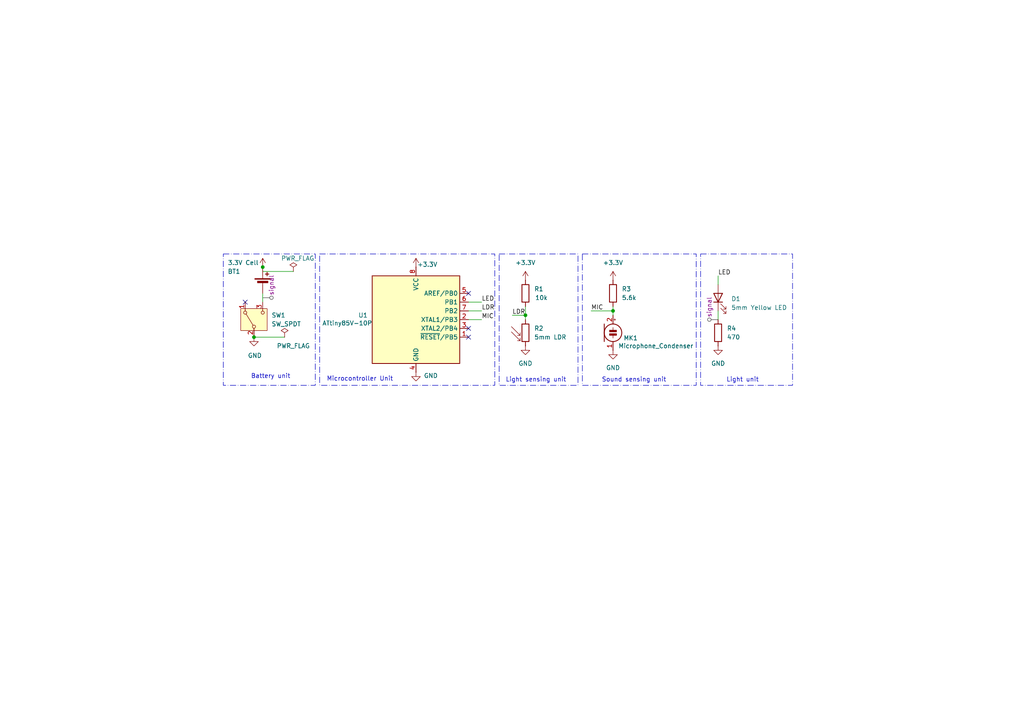
<source format=kicad_sch>
(kicad_sch
	(version 20250114)
	(generator "eeschema")
	(generator_version "9.0")
	(uuid "bccb9b0b-c36d-400c-858a-9dd13c325ff2")
	(paper "A4")
	(title_block
		(title "DIGITAL DIYA")
		(date "2025-06-28")
		(rev "V1")
		(company "SSN")
		(comment 1 "A ATTiny 85 based circuit ")
	)
	(lib_symbols
		(symbol "Device:Battery_Cell"
			(pin_numbers
				(hide yes)
			)
			(pin_names
				(offset 0)
				(hide yes)
			)
			(exclude_from_sim no)
			(in_bom yes)
			(on_board yes)
			(property "Reference" "BT"
				(at 2.54 2.54 0)
				(effects
					(font
						(size 1.27 1.27)
					)
					(justify left)
				)
			)
			(property "Value" "Battery_Cell"
				(at 2.54 0 0)
				(effects
					(font
						(size 1.27 1.27)
					)
					(justify left)
				)
			)
			(property "Footprint" ""
				(at 0 1.524 90)
				(effects
					(font
						(size 1.27 1.27)
					)
					(hide yes)
				)
			)
			(property "Datasheet" "~"
				(at 0 1.524 90)
				(effects
					(font
						(size 1.27 1.27)
					)
					(hide yes)
				)
			)
			(property "Description" "Single-cell battery"
				(at 0 0 0)
				(effects
					(font
						(size 1.27 1.27)
					)
					(hide yes)
				)
			)
			(property "ki_keywords" "battery cell"
				(at 0 0 0)
				(effects
					(font
						(size 1.27 1.27)
					)
					(hide yes)
				)
			)
			(symbol "Battery_Cell_0_1"
				(rectangle
					(start -2.286 1.778)
					(end 2.286 1.524)
					(stroke
						(width 0)
						(type default)
					)
					(fill
						(type outline)
					)
				)
				(rectangle
					(start -1.524 1.016)
					(end 1.524 0.508)
					(stroke
						(width 0)
						(type default)
					)
					(fill
						(type outline)
					)
				)
				(polyline
					(pts
						(xy 0 1.778) (xy 0 2.54)
					)
					(stroke
						(width 0)
						(type default)
					)
					(fill
						(type none)
					)
				)
				(polyline
					(pts
						(xy 0 0.762) (xy 0 0)
					)
					(stroke
						(width 0)
						(type default)
					)
					(fill
						(type none)
					)
				)
				(polyline
					(pts
						(xy 0.762 3.048) (xy 1.778 3.048)
					)
					(stroke
						(width 0.254)
						(type default)
					)
					(fill
						(type none)
					)
				)
				(polyline
					(pts
						(xy 1.27 3.556) (xy 1.27 2.54)
					)
					(stroke
						(width 0.254)
						(type default)
					)
					(fill
						(type none)
					)
				)
			)
			(symbol "Battery_Cell_1_1"
				(pin passive line
					(at 0 5.08 270)
					(length 2.54)
					(name "+"
						(effects
							(font
								(size 1.27 1.27)
							)
						)
					)
					(number "1"
						(effects
							(font
								(size 1.27 1.27)
							)
						)
					)
				)
				(pin passive line
					(at 0 -2.54 90)
					(length 2.54)
					(name "-"
						(effects
							(font
								(size 1.27 1.27)
							)
						)
					)
					(number "2"
						(effects
							(font
								(size 1.27 1.27)
							)
						)
					)
				)
			)
			(embedded_fonts no)
		)
		(symbol "Device:LED"
			(pin_numbers
				(hide yes)
			)
			(pin_names
				(offset 1.016)
				(hide yes)
			)
			(exclude_from_sim no)
			(in_bom yes)
			(on_board yes)
			(property "Reference" "D"
				(at 0 2.54 0)
				(effects
					(font
						(size 1.27 1.27)
					)
				)
			)
			(property "Value" "LED"
				(at 0 -2.54 0)
				(effects
					(font
						(size 1.27 1.27)
					)
				)
			)
			(property "Footprint" ""
				(at 0 0 0)
				(effects
					(font
						(size 1.27 1.27)
					)
					(hide yes)
				)
			)
			(property "Datasheet" "~"
				(at 0 0 0)
				(effects
					(font
						(size 1.27 1.27)
					)
					(hide yes)
				)
			)
			(property "Description" "Light emitting diode"
				(at 0 0 0)
				(effects
					(font
						(size 1.27 1.27)
					)
					(hide yes)
				)
			)
			(property "Sim.Pins" "1=K 2=A"
				(at 0 0 0)
				(effects
					(font
						(size 1.27 1.27)
					)
					(hide yes)
				)
			)
			(property "ki_keywords" "LED diode"
				(at 0 0 0)
				(effects
					(font
						(size 1.27 1.27)
					)
					(hide yes)
				)
			)
			(property "ki_fp_filters" "LED* LED_SMD:* LED_THT:*"
				(at 0 0 0)
				(effects
					(font
						(size 1.27 1.27)
					)
					(hide yes)
				)
			)
			(symbol "LED_0_1"
				(polyline
					(pts
						(xy -3.048 -0.762) (xy -4.572 -2.286) (xy -3.81 -2.286) (xy -4.572 -2.286) (xy -4.572 -1.524)
					)
					(stroke
						(width 0)
						(type default)
					)
					(fill
						(type none)
					)
				)
				(polyline
					(pts
						(xy -1.778 -0.762) (xy -3.302 -2.286) (xy -2.54 -2.286) (xy -3.302 -2.286) (xy -3.302 -1.524)
					)
					(stroke
						(width 0)
						(type default)
					)
					(fill
						(type none)
					)
				)
				(polyline
					(pts
						(xy -1.27 0) (xy 1.27 0)
					)
					(stroke
						(width 0)
						(type default)
					)
					(fill
						(type none)
					)
				)
				(polyline
					(pts
						(xy -1.27 -1.27) (xy -1.27 1.27)
					)
					(stroke
						(width 0.254)
						(type default)
					)
					(fill
						(type none)
					)
				)
				(polyline
					(pts
						(xy 1.27 -1.27) (xy 1.27 1.27) (xy -1.27 0) (xy 1.27 -1.27)
					)
					(stroke
						(width 0.254)
						(type default)
					)
					(fill
						(type none)
					)
				)
			)
			(symbol "LED_1_1"
				(pin passive line
					(at -3.81 0 0)
					(length 2.54)
					(name "K"
						(effects
							(font
								(size 1.27 1.27)
							)
						)
					)
					(number "1"
						(effects
							(font
								(size 1.27 1.27)
							)
						)
					)
				)
				(pin passive line
					(at 3.81 0 180)
					(length 2.54)
					(name "A"
						(effects
							(font
								(size 1.27 1.27)
							)
						)
					)
					(number "2"
						(effects
							(font
								(size 1.27 1.27)
							)
						)
					)
				)
			)
			(embedded_fonts no)
		)
		(symbol "Device:Microphone_Condenser"
			(pin_names
				(offset 0.0254)
				(hide yes)
			)
			(exclude_from_sim no)
			(in_bom yes)
			(on_board yes)
			(property "Reference" "MK"
				(at -3.302 1.27 0)
				(effects
					(font
						(size 1.27 1.27)
					)
					(justify right)
				)
			)
			(property "Value" "Microphone_Condenser"
				(at -3.302 -0.635 0)
				(effects
					(font
						(size 1.27 1.27)
					)
					(justify right)
				)
			)
			(property "Footprint" ""
				(at 0 2.54 90)
				(effects
					(font
						(size 1.27 1.27)
					)
					(hide yes)
				)
			)
			(property "Datasheet" "~"
				(at 0 2.54 90)
				(effects
					(font
						(size 1.27 1.27)
					)
					(hide yes)
				)
			)
			(property "Description" "Condenser microphone"
				(at 0 0 0)
				(effects
					(font
						(size 1.27 1.27)
					)
					(hide yes)
				)
			)
			(property "ki_keywords" "capacitance condenser microphone"
				(at 0 0 0)
				(effects
					(font
						(size 1.27 1.27)
					)
					(hide yes)
				)
			)
			(symbol "Microphone_Condenser_0_1"
				(polyline
					(pts
						(xy -2.54 2.54) (xy -2.54 -2.54)
					)
					(stroke
						(width 0.254)
						(type default)
					)
					(fill
						(type none)
					)
				)
				(polyline
					(pts
						(xy 0 0.762) (xy 0 1.524)
					)
					(stroke
						(width 0)
						(type default)
					)
					(fill
						(type none)
					)
				)
				(circle
					(center 0 0)
					(radius 2.54)
					(stroke
						(width 0.254)
						(type default)
					)
					(fill
						(type none)
					)
				)
				(polyline
					(pts
						(xy 0 -0.762) (xy 0 -1.524)
					)
					(stroke
						(width 0)
						(type default)
					)
					(fill
						(type none)
					)
				)
				(polyline
					(pts
						(xy 0.254 3.81) (xy 0.762 3.81)
					)
					(stroke
						(width 0)
						(type default)
					)
					(fill
						(type none)
					)
				)
				(polyline
					(pts
						(xy 0.508 4.064) (xy 0.508 3.556)
					)
					(stroke
						(width 0)
						(type default)
					)
					(fill
						(type none)
					)
				)
				(rectangle
					(start 1.016 0.762)
					(end -1.016 0.254)
					(stroke
						(width 0)
						(type default)
					)
					(fill
						(type outline)
					)
				)
				(rectangle
					(start 1.016 -0.254)
					(end -1.016 -0.762)
					(stroke
						(width 0)
						(type default)
					)
					(fill
						(type outline)
					)
				)
			)
			(symbol "Microphone_Condenser_1_1"
				(pin passive line
					(at 0 5.08 270)
					(length 2.54)
					(name "+"
						(effects
							(font
								(size 1.27 1.27)
							)
						)
					)
					(number "2"
						(effects
							(font
								(size 1.27 1.27)
							)
						)
					)
				)
				(pin passive line
					(at 0 -5.08 90)
					(length 2.54)
					(name "-"
						(effects
							(font
								(size 1.27 1.27)
							)
						)
					)
					(number "1"
						(effects
							(font
								(size 1.27 1.27)
							)
						)
					)
				)
			)
			(embedded_fonts no)
		)
		(symbol "Device:R"
			(pin_numbers
				(hide yes)
			)
			(pin_names
				(offset 0)
			)
			(exclude_from_sim no)
			(in_bom yes)
			(on_board yes)
			(property "Reference" "R"
				(at 2.032 0 90)
				(effects
					(font
						(size 1.27 1.27)
					)
				)
			)
			(property "Value" "R"
				(at 0 0 90)
				(effects
					(font
						(size 1.27 1.27)
					)
				)
			)
			(property "Footprint" ""
				(at -1.778 0 90)
				(effects
					(font
						(size 1.27 1.27)
					)
					(hide yes)
				)
			)
			(property "Datasheet" "~"
				(at 0 0 0)
				(effects
					(font
						(size 1.27 1.27)
					)
					(hide yes)
				)
			)
			(property "Description" "Resistor"
				(at 0 0 0)
				(effects
					(font
						(size 1.27 1.27)
					)
					(hide yes)
				)
			)
			(property "ki_keywords" "R res resistor"
				(at 0 0 0)
				(effects
					(font
						(size 1.27 1.27)
					)
					(hide yes)
				)
			)
			(property "ki_fp_filters" "R_*"
				(at 0 0 0)
				(effects
					(font
						(size 1.27 1.27)
					)
					(hide yes)
				)
			)
			(symbol "R_0_1"
				(rectangle
					(start -1.016 -2.54)
					(end 1.016 2.54)
					(stroke
						(width 0.254)
						(type default)
					)
					(fill
						(type none)
					)
				)
			)
			(symbol "R_1_1"
				(pin passive line
					(at 0 3.81 270)
					(length 1.27)
					(name "~"
						(effects
							(font
								(size 1.27 1.27)
							)
						)
					)
					(number "1"
						(effects
							(font
								(size 1.27 1.27)
							)
						)
					)
				)
				(pin passive line
					(at 0 -3.81 90)
					(length 1.27)
					(name "~"
						(effects
							(font
								(size 1.27 1.27)
							)
						)
					)
					(number "2"
						(effects
							(font
								(size 1.27 1.27)
							)
						)
					)
				)
			)
			(embedded_fonts no)
		)
		(symbol "MCU_Microchip_ATtiny:ATtiny85V-10P"
			(exclude_from_sim no)
			(in_bom yes)
			(on_board yes)
			(property "Reference" "U"
				(at -12.7 13.97 0)
				(effects
					(font
						(size 1.27 1.27)
					)
					(justify left bottom)
				)
			)
			(property "Value" "ATtiny85V-10P"
				(at 2.54 -13.97 0)
				(effects
					(font
						(size 1.27 1.27)
					)
					(justify left top)
				)
			)
			(property "Footprint" "Package_DIP:DIP-8_W7.62mm"
				(at 0 0 0)
				(effects
					(font
						(size 1.27 1.27)
						(italic yes)
					)
					(hide yes)
				)
			)
			(property "Datasheet" "http://ww1.microchip.com/downloads/en/DeviceDoc/atmel-2586-avr-8-bit-microcontroller-attiny25-attiny45-attiny85_datasheet.pdf"
				(at 0 0 0)
				(effects
					(font
						(size 1.27 1.27)
					)
					(hide yes)
				)
			)
			(property "Description" "10MHz, 8kB Flash, 512B SRAM, 512B EEPROM, debugWIRE, DIP-8"
				(at 0 0 0)
				(effects
					(font
						(size 1.27 1.27)
					)
					(hide yes)
				)
			)
			(property "ki_keywords" "AVR 8bit Microcontroller tinyAVR"
				(at 0 0 0)
				(effects
					(font
						(size 1.27 1.27)
					)
					(hide yes)
				)
			)
			(property "ki_fp_filters" "DIP*W7.62mm*"
				(at 0 0 0)
				(effects
					(font
						(size 1.27 1.27)
					)
					(hide yes)
				)
			)
			(symbol "ATtiny85V-10P_0_1"
				(rectangle
					(start -12.7 -12.7)
					(end 12.7 12.7)
					(stroke
						(width 0.254)
						(type default)
					)
					(fill
						(type background)
					)
				)
			)
			(symbol "ATtiny85V-10P_1_1"
				(pin power_in line
					(at 0 15.24 270)
					(length 2.54)
					(name "VCC"
						(effects
							(font
								(size 1.27 1.27)
							)
						)
					)
					(number "8"
						(effects
							(font
								(size 1.27 1.27)
							)
						)
					)
				)
				(pin power_in line
					(at 0 -15.24 90)
					(length 2.54)
					(name "GND"
						(effects
							(font
								(size 1.27 1.27)
							)
						)
					)
					(number "4"
						(effects
							(font
								(size 1.27 1.27)
							)
						)
					)
				)
				(pin bidirectional line
					(at 15.24 7.62 180)
					(length 2.54)
					(name "AREF/PB0"
						(effects
							(font
								(size 1.27 1.27)
							)
						)
					)
					(number "5"
						(effects
							(font
								(size 1.27 1.27)
							)
						)
					)
				)
				(pin bidirectional line
					(at 15.24 5.08 180)
					(length 2.54)
					(name "PB1"
						(effects
							(font
								(size 1.27 1.27)
							)
						)
					)
					(number "6"
						(effects
							(font
								(size 1.27 1.27)
							)
						)
					)
				)
				(pin bidirectional line
					(at 15.24 2.54 180)
					(length 2.54)
					(name "PB2"
						(effects
							(font
								(size 1.27 1.27)
							)
						)
					)
					(number "7"
						(effects
							(font
								(size 1.27 1.27)
							)
						)
					)
				)
				(pin bidirectional line
					(at 15.24 0 180)
					(length 2.54)
					(name "XTAL1/PB3"
						(effects
							(font
								(size 1.27 1.27)
							)
						)
					)
					(number "2"
						(effects
							(font
								(size 1.27 1.27)
							)
						)
					)
				)
				(pin bidirectional line
					(at 15.24 -2.54 180)
					(length 2.54)
					(name "XTAL2/PB4"
						(effects
							(font
								(size 1.27 1.27)
							)
						)
					)
					(number "3"
						(effects
							(font
								(size 1.27 1.27)
							)
						)
					)
				)
				(pin bidirectional line
					(at 15.24 -5.08 180)
					(length 2.54)
					(name "~{RESET}/PB5"
						(effects
							(font
								(size 1.27 1.27)
							)
						)
					)
					(number "1"
						(effects
							(font
								(size 1.27 1.27)
							)
						)
					)
				)
			)
			(embedded_fonts no)
		)
		(symbol "Sensor_Optical:LDR07"
			(pin_numbers
				(hide yes)
			)
			(pin_names
				(offset 0)
			)
			(exclude_from_sim no)
			(in_bom yes)
			(on_board yes)
			(property "Reference" "R"
				(at -5.08 0 90)
				(effects
					(font
						(size 1.27 1.27)
					)
				)
			)
			(property "Value" "LDR07"
				(at 1.905 0 90)
				(effects
					(font
						(size 1.27 1.27)
					)
					(justify top)
				)
			)
			(property "Footprint" "OptoDevice:R_LDR_5.1x4.3mm_P3.4mm_Vertical"
				(at 4.445 0 90)
				(effects
					(font
						(size 1.27 1.27)
					)
					(hide yes)
				)
			)
			(property "Datasheet" "http://www.tme.eu/de/Document/f2e3ad76a925811312d226c31da4cd7e/LDR07.pdf"
				(at 0 -1.27 0)
				(effects
					(font
						(size 1.27 1.27)
					)
					(hide yes)
				)
			)
			(property "Description" "light dependent resistor"
				(at 0 0 0)
				(effects
					(font
						(size 1.27 1.27)
					)
					(hide yes)
				)
			)
			(property "ki_keywords" "light dependent photo resistor LDR"
				(at 0 0 0)
				(effects
					(font
						(size 1.27 1.27)
					)
					(hide yes)
				)
			)
			(property "ki_fp_filters" "R*LDR*5.1x4.3mm*P3.4mm*"
				(at 0 0 0)
				(effects
					(font
						(size 1.27 1.27)
					)
					(hide yes)
				)
			)
			(symbol "LDR07_0_1"
				(polyline
					(pts
						(xy -1.524 -0.762) (xy -4.064 1.778)
					)
					(stroke
						(width 0)
						(type default)
					)
					(fill
						(type none)
					)
				)
				(polyline
					(pts
						(xy -1.524 -0.762) (xy -2.286 -0.762)
					)
					(stroke
						(width 0)
						(type default)
					)
					(fill
						(type none)
					)
				)
				(polyline
					(pts
						(xy -1.524 -0.762) (xy -1.524 0)
					)
					(stroke
						(width 0)
						(type default)
					)
					(fill
						(type none)
					)
				)
				(polyline
					(pts
						(xy -1.524 -2.286) (xy -4.064 0.254)
					)
					(stroke
						(width 0)
						(type default)
					)
					(fill
						(type none)
					)
				)
				(polyline
					(pts
						(xy -1.524 -2.286) (xy -2.286 -2.286)
					)
					(stroke
						(width 0)
						(type default)
					)
					(fill
						(type none)
					)
				)
				(polyline
					(pts
						(xy -1.524 -2.286) (xy -1.524 -1.524)
					)
					(stroke
						(width 0)
						(type default)
					)
					(fill
						(type none)
					)
				)
				(rectangle
					(start -1.016 2.54)
					(end 1.016 -2.54)
					(stroke
						(width 0.254)
						(type default)
					)
					(fill
						(type none)
					)
				)
			)
			(symbol "LDR07_1_1"
				(pin passive line
					(at 0 3.81 270)
					(length 1.27)
					(name "~"
						(effects
							(font
								(size 1.27 1.27)
							)
						)
					)
					(number "1"
						(effects
							(font
								(size 1.27 1.27)
							)
						)
					)
				)
				(pin passive line
					(at 0 -3.81 90)
					(length 1.27)
					(name "~"
						(effects
							(font
								(size 1.27 1.27)
							)
						)
					)
					(number "2"
						(effects
							(font
								(size 1.27 1.27)
							)
						)
					)
				)
			)
			(embedded_fonts no)
		)
		(symbol "Switch:SW_SPDT"
			(pin_names
				(offset 0)
				(hide yes)
			)
			(exclude_from_sim no)
			(in_bom yes)
			(on_board yes)
			(property "Reference" "SW"
				(at 0 5.08 0)
				(effects
					(font
						(size 1.27 1.27)
					)
				)
			)
			(property "Value" "SW_SPDT"
				(at 0 -5.08 0)
				(effects
					(font
						(size 1.27 1.27)
					)
				)
			)
			(property "Footprint" ""
				(at 0 0 0)
				(effects
					(font
						(size 1.27 1.27)
					)
					(hide yes)
				)
			)
			(property "Datasheet" "~"
				(at 0 -7.62 0)
				(effects
					(font
						(size 1.27 1.27)
					)
					(hide yes)
				)
			)
			(property "Description" "Switch, single pole double throw"
				(at 0 0 0)
				(effects
					(font
						(size 1.27 1.27)
					)
					(hide yes)
				)
			)
			(property "ki_keywords" "switch single-pole double-throw spdt ON-ON"
				(at 0 0 0)
				(effects
					(font
						(size 1.27 1.27)
					)
					(hide yes)
				)
			)
			(symbol "SW_SPDT_0_1"
				(circle
					(center -2.032 0)
					(radius 0.4572)
					(stroke
						(width 0)
						(type default)
					)
					(fill
						(type none)
					)
				)
				(polyline
					(pts
						(xy -1.651 0.254) (xy 1.651 2.286)
					)
					(stroke
						(width 0)
						(type default)
					)
					(fill
						(type none)
					)
				)
				(circle
					(center 2.032 2.54)
					(radius 0.4572)
					(stroke
						(width 0)
						(type default)
					)
					(fill
						(type none)
					)
				)
				(circle
					(center 2.032 -2.54)
					(radius 0.4572)
					(stroke
						(width 0)
						(type default)
					)
					(fill
						(type none)
					)
				)
			)
			(symbol "SW_SPDT_1_1"
				(rectangle
					(start -3.175 3.81)
					(end 3.175 -3.81)
					(stroke
						(width 0)
						(type default)
					)
					(fill
						(type background)
					)
				)
				(pin passive line
					(at -5.08 0 0)
					(length 2.54)
					(name "B"
						(effects
							(font
								(size 1.27 1.27)
							)
						)
					)
					(number "2"
						(effects
							(font
								(size 1.27 1.27)
							)
						)
					)
				)
				(pin passive line
					(at 5.08 2.54 180)
					(length 2.54)
					(name "A"
						(effects
							(font
								(size 1.27 1.27)
							)
						)
					)
					(number "1"
						(effects
							(font
								(size 1.27 1.27)
							)
						)
					)
				)
				(pin passive line
					(at 5.08 -2.54 180)
					(length 2.54)
					(name "C"
						(effects
							(font
								(size 1.27 1.27)
							)
						)
					)
					(number "3"
						(effects
							(font
								(size 1.27 1.27)
							)
						)
					)
				)
			)
			(embedded_fonts no)
		)
		(symbol "power:+3.3V"
			(power)
			(pin_numbers
				(hide yes)
			)
			(pin_names
				(offset 0)
				(hide yes)
			)
			(exclude_from_sim no)
			(in_bom yes)
			(on_board yes)
			(property "Reference" "#PWR"
				(at 0 -3.81 0)
				(effects
					(font
						(size 1.27 1.27)
					)
					(hide yes)
				)
			)
			(property "Value" "+3.3V"
				(at 0 3.556 0)
				(effects
					(font
						(size 1.27 1.27)
					)
				)
			)
			(property "Footprint" ""
				(at 0 0 0)
				(effects
					(font
						(size 1.27 1.27)
					)
					(hide yes)
				)
			)
			(property "Datasheet" ""
				(at 0 0 0)
				(effects
					(font
						(size 1.27 1.27)
					)
					(hide yes)
				)
			)
			(property "Description" "Power symbol creates a global label with name \"+3.3V\""
				(at 0 0 0)
				(effects
					(font
						(size 1.27 1.27)
					)
					(hide yes)
				)
			)
			(property "ki_keywords" "global power"
				(at 0 0 0)
				(effects
					(font
						(size 1.27 1.27)
					)
					(hide yes)
				)
			)
			(symbol "+3.3V_0_1"
				(polyline
					(pts
						(xy -0.762 1.27) (xy 0 2.54)
					)
					(stroke
						(width 0)
						(type default)
					)
					(fill
						(type none)
					)
				)
				(polyline
					(pts
						(xy 0 2.54) (xy 0.762 1.27)
					)
					(stroke
						(width 0)
						(type default)
					)
					(fill
						(type none)
					)
				)
				(polyline
					(pts
						(xy 0 0) (xy 0 2.54)
					)
					(stroke
						(width 0)
						(type default)
					)
					(fill
						(type none)
					)
				)
			)
			(symbol "+3.3V_1_1"
				(pin power_in line
					(at 0 0 90)
					(length 0)
					(name "~"
						(effects
							(font
								(size 1.27 1.27)
							)
						)
					)
					(number "1"
						(effects
							(font
								(size 1.27 1.27)
							)
						)
					)
				)
			)
			(embedded_fonts no)
		)
		(symbol "power:GND"
			(power)
			(pin_numbers
				(hide yes)
			)
			(pin_names
				(offset 0)
				(hide yes)
			)
			(exclude_from_sim no)
			(in_bom yes)
			(on_board yes)
			(property "Reference" "#PWR"
				(at 0 -6.35 0)
				(effects
					(font
						(size 1.27 1.27)
					)
					(hide yes)
				)
			)
			(property "Value" "GND"
				(at 0 -3.81 0)
				(effects
					(font
						(size 1.27 1.27)
					)
				)
			)
			(property "Footprint" ""
				(at 0 0 0)
				(effects
					(font
						(size 1.27 1.27)
					)
					(hide yes)
				)
			)
			(property "Datasheet" ""
				(at 0 0 0)
				(effects
					(font
						(size 1.27 1.27)
					)
					(hide yes)
				)
			)
			(property "Description" "Power symbol creates a global label with name \"GND\" , ground"
				(at 0 0 0)
				(effects
					(font
						(size 1.27 1.27)
					)
					(hide yes)
				)
			)
			(property "ki_keywords" "global power"
				(at 0 0 0)
				(effects
					(font
						(size 1.27 1.27)
					)
					(hide yes)
				)
			)
			(symbol "GND_0_1"
				(polyline
					(pts
						(xy 0 0) (xy 0 -1.27) (xy 1.27 -1.27) (xy 0 -2.54) (xy -1.27 -1.27) (xy 0 -1.27)
					)
					(stroke
						(width 0)
						(type default)
					)
					(fill
						(type none)
					)
				)
			)
			(symbol "GND_1_1"
				(pin power_in line
					(at 0 0 270)
					(length 0)
					(name "~"
						(effects
							(font
								(size 1.27 1.27)
							)
						)
					)
					(number "1"
						(effects
							(font
								(size 1.27 1.27)
							)
						)
					)
				)
			)
			(embedded_fonts no)
		)
		(symbol "power:PWR_FLAG"
			(power)
			(pin_numbers
				(hide yes)
			)
			(pin_names
				(offset 0)
				(hide yes)
			)
			(exclude_from_sim no)
			(in_bom yes)
			(on_board yes)
			(property "Reference" "#FLG"
				(at 0 1.905 0)
				(effects
					(font
						(size 1.27 1.27)
					)
					(hide yes)
				)
			)
			(property "Value" "PWR_FLAG"
				(at 0 3.81 0)
				(effects
					(font
						(size 1.27 1.27)
					)
				)
			)
			(property "Footprint" ""
				(at 0 0 0)
				(effects
					(font
						(size 1.27 1.27)
					)
					(hide yes)
				)
			)
			(property "Datasheet" "~"
				(at 0 0 0)
				(effects
					(font
						(size 1.27 1.27)
					)
					(hide yes)
				)
			)
			(property "Description" "Special symbol for telling ERC where power comes from"
				(at 0 0 0)
				(effects
					(font
						(size 1.27 1.27)
					)
					(hide yes)
				)
			)
			(property "ki_keywords" "flag power"
				(at 0 0 0)
				(effects
					(font
						(size 1.27 1.27)
					)
					(hide yes)
				)
			)
			(symbol "PWR_FLAG_0_0"
				(pin power_out line
					(at 0 0 90)
					(length 0)
					(name "~"
						(effects
							(font
								(size 1.27 1.27)
							)
						)
					)
					(number "1"
						(effects
							(font
								(size 1.27 1.27)
							)
						)
					)
				)
			)
			(symbol "PWR_FLAG_0_1"
				(polyline
					(pts
						(xy 0 0) (xy 0 1.27) (xy -1.016 1.905) (xy 0 2.54) (xy 1.016 1.905) (xy 0 1.27)
					)
					(stroke
						(width 0)
						(type default)
					)
					(fill
						(type none)
					)
				)
			)
			(embedded_fonts no)
		)
	)
	(text "Light sensing unit"
		(exclude_from_sim no)
		(at 155.448 110.236 0)
		(effects
			(font
				(size 1.27 1.27)
			)
		)
		(uuid "09332aa7-aee0-4e71-84d6-e9e8a66fe2cc")
	)
	(text "Battery unit "
		(exclude_from_sim no)
		(at 78.994 109.22 0)
		(effects
			(font
				(size 1.27 1.27)
			)
		)
		(uuid "3f71b811-0bbe-4ff3-80f2-c2c62a7f2907")
	)
	(text "Light unit"
		(exclude_from_sim no)
		(at 215.392 110.236 0)
		(effects
			(font
				(size 1.27 1.27)
			)
		)
		(uuid "6effe836-537b-4601-a8eb-f120871b1682")
	)
	(text "Microcontroller Unit"
		(exclude_from_sim no)
		(at 104.394 109.982 0)
		(effects
			(font
				(size 1.27 1.27)
			)
		)
		(uuid "7c306da1-24dc-464c-9cf2-f9b542f867e2")
	)
	(text "Sound sensing unit"
		(exclude_from_sim no)
		(at 183.896 110.236 0)
		(effects
			(font
				(size 1.27 1.27)
			)
		)
		(uuid "95d7518a-3685-4df2-ad79-f80c68594efe")
	)
	(text_box ""
		(exclude_from_sim no)
		(at 168.91 73.66 0)
		(size 33.02 38.1)
		(margins 0.9525 0.9525 0.9525 0.9525)
		(stroke
			(width 0)
			(type dash_dot)
		)
		(fill
			(type none)
		)
		(effects
			(font
				(size 1.27 1.27)
			)
			(justify left top)
		)
		(uuid "32ce8f03-86d7-4c73-bb9c-da15754f9163")
	)
	(text_box ""
		(exclude_from_sim no)
		(at 144.78 73.66 0)
		(size 22.86 38.1)
		(margins 0.9525 0.9525 0.9525 0.9525)
		(stroke
			(width 0)
			(type dash_dot)
		)
		(fill
			(type none)
		)
		(effects
			(font
				(size 1.27 1.27)
			)
			(justify left top)
		)
		(uuid "51b71fd7-e989-42d3-930f-0fbd29949dd3")
	)
	(text_box ""
		(exclude_from_sim no)
		(at 64.77 73.66 0)
		(size 26.67 38.1)
		(margins 0.9525 0.9525 0.9525 0.9525)
		(stroke
			(width 0)
			(type dash_dot)
		)
		(fill
			(type none)
		)
		(effects
			(font
				(size 1.27 1.27)
			)
			(justify left top)
		)
		(uuid "6aaf22b8-e3a6-41a5-af40-f69f2c68a46e")
	)
	(text_box ""
		(exclude_from_sim no)
		(at 203.2 73.66 0)
		(size 26.67 38.1)
		(margins 0.9525 0.9525 0.9525 0.9525)
		(stroke
			(width 0)
			(type dash_dot)
		)
		(fill
			(type none)
		)
		(effects
			(font
				(size 1.27 1.27)
			)
			(justify left top)
		)
		(uuid "acbe1527-2013-4f08-a135-67a6def9c713")
	)
	(text_box ""
		(exclude_from_sim no)
		(at 92.71 73.66 0)
		(size 50.8 38.1)
		(margins 0.9525 0.9525 0.9525 0.9525)
		(stroke
			(width 0)
			(type dash_dot)
		)
		(fill
			(type none)
		)
		(effects
			(font
				(size 1.27 1.27)
			)
			(justify left top)
		)
		(uuid "d455bdac-c913-4611-bc77-29494d8f92d4")
	)
	(junction
		(at 152.4 91.44)
		(diameter 0)
		(color 0 0 0 0)
		(uuid "12ac5efb-2976-4fea-bf0f-7f51aba871b6")
	)
	(junction
		(at 177.8 90.17)
		(diameter 0)
		(color 0 0 0 0)
		(uuid "6d336d0b-9e65-464d-8695-bad971f91eee")
	)
	(junction
		(at 73.66 97.79)
		(diameter 0)
		(color 0 0 0 0)
		(uuid "879e833a-47f1-4e8c-a978-1fec367bb0fa")
	)
	(junction
		(at 76.2 77.47)
		(diameter 0)
		(color 0 0 0 0)
		(uuid "d59092b1-1820-483d-955c-c5304b229423")
	)
	(no_connect
		(at 135.89 95.25)
		(uuid "158e8155-2937-4a62-8580-15640d754d98")
	)
	(no_connect
		(at 135.89 97.79)
		(uuid "2363193c-b61d-4cf9-81de-482ddf77e0a1")
	)
	(no_connect
		(at 71.12 87.63)
		(uuid "2dc2bef7-0f1e-42a0-880d-74918e6e324a")
	)
	(no_connect
		(at 135.89 85.09)
		(uuid "d6060cfa-cd2c-447d-be2f-3175d4c9375b")
	)
	(wire
		(pts
			(xy 152.4 88.9) (xy 152.4 91.44)
		)
		(stroke
			(width 0)
			(type default)
		)
		(uuid "3d32ebfc-5cba-4a3b-b65a-c4c7d4e4e6d9")
	)
	(wire
		(pts
			(xy 148.59 91.44) (xy 152.4 91.44)
		)
		(stroke
			(width 0)
			(type default)
		)
		(uuid "45ccea9a-05f5-4ffe-ac00-38a3b7d09cec")
	)
	(wire
		(pts
			(xy 135.89 87.63) (xy 139.7 87.63)
		)
		(stroke
			(width 0)
			(type default)
		)
		(uuid "63f22798-36ad-4a5e-a649-aeba33682591")
	)
	(wire
		(pts
			(xy 177.8 88.9) (xy 177.8 90.17)
		)
		(stroke
			(width 0)
			(type default)
		)
		(uuid "874077ac-a5ec-44fb-818e-b16de35c4f5d")
	)
	(wire
		(pts
			(xy 152.4 91.44) (xy 152.4 92.71)
		)
		(stroke
			(width 0)
			(type default)
		)
		(uuid "9d40b2d4-2209-4dc3-ba5f-58f3e291e35d")
	)
	(wire
		(pts
			(xy 177.8 90.17) (xy 177.8 91.44)
		)
		(stroke
			(width 0)
			(type default)
		)
		(uuid "a27a3e1f-9f14-4658-88a5-094959eedbd7")
	)
	(wire
		(pts
			(xy 76.2 77.47) (xy 76.2 78.74)
		)
		(stroke
			(width 0)
			(type default)
		)
		(uuid "a6368531-81d4-4004-9458-3b84606dea78")
	)
	(wire
		(pts
			(xy 135.89 90.17) (xy 139.7 90.17)
		)
		(stroke
			(width 0)
			(type default)
		)
		(uuid "a9fbbda9-8ea2-481a-9aac-b6a7c07ddfe7")
	)
	(wire
		(pts
			(xy 208.28 92.71) (xy 208.28 90.17)
		)
		(stroke
			(width 0)
			(type default)
		)
		(uuid "b4ba8086-6389-40b4-b86e-b7995f73178e")
	)
	(wire
		(pts
			(xy 135.89 92.71) (xy 139.7 92.71)
		)
		(stroke
			(width 0)
			(type default)
		)
		(uuid "b806748f-e71f-422d-9c3f-a3b7d35badff")
	)
	(wire
		(pts
			(xy 76.2 85.09) (xy 76.2 87.63)
		)
		(stroke
			(width 0)
			(type default)
		)
		(uuid "b9b6fbd5-682e-42ae-bc4f-8b1a9fdffa66")
	)
	(wire
		(pts
			(xy 171.45 90.17) (xy 177.8 90.17)
		)
		(stroke
			(width 0)
			(type default)
		)
		(uuid "bd072e4b-fbbd-4a23-8039-1811d762cbc8")
	)
	(wire
		(pts
			(xy 73.66 97.79) (xy 82.55 97.79)
		)
		(stroke
			(width 0)
			(type default)
		)
		(uuid "cb063c3e-362c-4170-a111-238122dc11f8")
	)
	(wire
		(pts
			(xy 76.2 78.74) (xy 85.09 78.74)
		)
		(stroke
			(width 0)
			(type default)
		)
		(uuid "df11ef1d-ad07-4e99-a609-0c34aa3ee819")
	)
	(wire
		(pts
			(xy 208.28 80.01) (xy 208.28 82.55)
		)
		(stroke
			(width 0)
			(type default)
		)
		(uuid "f1ea1707-c508-4edf-a741-10e307fcd665")
	)
	(label "LED"
		(at 208.28 80.01 0)
		(effects
			(font
				(size 1.27 1.27)
			)
			(justify left bottom)
		)
		(uuid "021aba9b-d41e-4638-8d86-6a7002fe5bbc")
	)
	(label "MIC"
		(at 171.45 90.17 0)
		(effects
			(font
				(size 1.27 1.27)
			)
			(justify left bottom)
		)
		(uuid "2334ed01-1dca-4d16-ac75-9afa7f708e2a")
	)
	(label "MIC"
		(at 139.7 92.71 0)
		(effects
			(font
				(size 1.27 1.27)
			)
			(justify left bottom)
		)
		(uuid "2616bfab-eb16-401f-a06d-1740bf9e204e")
	)
	(label "LED"
		(at 139.7 87.63 0)
		(effects
			(font
				(size 1.27 1.27)
			)
			(justify left bottom)
		)
		(uuid "66b0a69d-b024-4a50-864c-b1879b2fda41")
	)
	(label "LDR"
		(at 148.59 91.44 0)
		(effects
			(font
				(size 1.27 1.27)
			)
			(justify left bottom)
		)
		(uuid "77d87318-db33-4166-86d2-53224928c9e0")
	)
	(label "LDR"
		(at 139.7 90.17 0)
		(effects
			(font
				(size 1.27 1.27)
			)
			(justify left bottom)
		)
		(uuid "db7534a0-ff0f-4d87-9bf6-43c814fb14f7")
	)
	(netclass_flag ""
		(length 2.54)
		(shape round)
		(at 208.28 92.71 90)
		(fields_autoplaced yes)
		(effects
			(font
				(size 1.27 1.27)
			)
			(justify left bottom)
		)
		(uuid "4b072809-b85c-4090-9c37-e4782bc7cff5")
		(property "Netclass" "signal"
			(at 205.74 92.0115 90)
			(effects
				(font
					(size 1.27 1.27)
				)
				(justify left)
			)
		)
		(property "Component Class" ""
			(at -27.94 -11.43 0)
			(effects
				(font
					(size 1.27 1.27)
					(italic yes)
				)
			)
		)
	)
	(netclass_flag ""
		(length 2.54)
		(shape round)
		(at 76.2 86.36 270)
		(fields_autoplaced yes)
		(effects
			(font
				(size 1.27 1.27)
			)
			(justify right bottom)
		)
		(uuid "83a7f085-e4ff-455d-8277-3563a1df424b")
		(property "Netclass" "signal"
			(at 78.74 85.6615 90)
			(effects
				(font
					(size 1.27 1.27)
				)
				(justify left)
			)
		)
		(property "Component Class" ""
			(at -158.75 -17.78 0)
			(effects
				(font
					(size 1.27 1.27)
					(italic yes)
				)
			)
		)
	)
	(symbol
		(lib_id "power:+3.3V")
		(at 76.2 77.47 0)
		(unit 1)
		(exclude_from_sim no)
		(in_bom yes)
		(on_board yes)
		(dnp no)
		(uuid "0df84591-62de-4e4d-92f0-6b3e0090b5e3")
		(property "Reference" "#PWR02"
			(at 76.2 81.28 0)
			(effects
				(font
					(size 1.27 1.27)
				)
				(hide yes)
			)
		)
		(property "Value" "+3.3V"
			(at 71.882 77.216 0)
			(effects
				(font
					(size 1.27 1.27)
				)
				(hide yes)
			)
		)
		(property "Footprint" ""
			(at 76.2 77.47 0)
			(effects
				(font
					(size 1.27 1.27)
				)
				(hide yes)
			)
		)
		(property "Datasheet" ""
			(at 76.2 77.47 0)
			(effects
				(font
					(size 1.27 1.27)
				)
				(hide yes)
			)
		)
		(property "Description" "Power symbol creates a global label with name \"+3.3V\""
			(at 76.2 77.47 0)
			(effects
				(font
					(size 1.27 1.27)
				)
				(hide yes)
			)
		)
		(pin "1"
			(uuid "97040078-9141-4efc-b314-1492c805fbcb")
		)
		(instances
			(project ""
				(path "/bccb9b0b-c36d-400c-858a-9dd13c325ff2"
					(reference "#PWR02")
					(unit 1)
				)
			)
		)
	)
	(symbol
		(lib_id "Device:R")
		(at 152.4 85.09 0)
		(unit 1)
		(exclude_from_sim no)
		(in_bom yes)
		(on_board yes)
		(dnp no)
		(uuid "1707a7ad-fbac-4a55-a29b-473d1f785242")
		(property "Reference" "R1"
			(at 154.94 83.8199 0)
			(effects
				(font
					(size 1.27 1.27)
				)
				(justify left)
			)
		)
		(property "Value" "10k"
			(at 155.194 86.36 0)
			(effects
				(font
					(size 1.27 1.27)
				)
				(justify left)
			)
		)
		(property "Footprint" "Resistor_THT:R_Axial_DIN0207_L6.3mm_D2.5mm_P15.24mm_Horizontal"
			(at 150.622 85.09 90)
			(effects
				(font
					(size 1.27 1.27)
				)
				(hide yes)
			)
		)
		(property "Datasheet" "~"
			(at 152.4 85.09 0)
			(effects
				(font
					(size 1.27 1.27)
				)
				(hide yes)
			)
		)
		(property "Description" "Resistor"
			(at 152.4 85.09 0)
			(effects
				(font
					(size 1.27 1.27)
				)
				(hide yes)
			)
		)
		(pin "1"
			(uuid "b2e4a706-71b2-4905-ace4-60cb299a22c0")
		)
		(pin "2"
			(uuid "6ee65c7e-58c0-4a94-be68-757f43a3dcd9")
		)
		(instances
			(project ""
				(path "/bccb9b0b-c36d-400c-858a-9dd13c325ff2"
					(reference "R1")
					(unit 1)
				)
			)
		)
	)
	(symbol
		(lib_id "power:GND")
		(at 73.66 97.79 0)
		(unit 1)
		(exclude_from_sim no)
		(in_bom yes)
		(on_board yes)
		(dnp no)
		(uuid "39819656-9eca-4dec-9ea4-d78dafe02198")
		(property "Reference" "#PWR01"
			(at 73.66 104.14 0)
			(effects
				(font
					(size 1.27 1.27)
				)
				(hide yes)
			)
		)
		(property "Value" "GND"
			(at 73.914 103.124 0)
			(effects
				(font
					(size 1.27 1.27)
				)
			)
		)
		(property "Footprint" ""
			(at 73.66 97.79 0)
			(effects
				(font
					(size 1.27 1.27)
				)
				(hide yes)
			)
		)
		(property "Datasheet" ""
			(at 73.66 97.79 0)
			(effects
				(font
					(size 1.27 1.27)
				)
				(hide yes)
			)
		)
		(property "Description" "Power symbol creates a global label with name \"GND\" , ground"
			(at 73.66 97.79 0)
			(effects
				(font
					(size 1.27 1.27)
				)
				(hide yes)
			)
		)
		(pin "1"
			(uuid "eef56759-49f9-41d9-a790-ee0b82334e8f")
		)
		(instances
			(project ""
				(path "/bccb9b0b-c36d-400c-858a-9dd13c325ff2"
					(reference "#PWR01")
					(unit 1)
				)
			)
		)
	)
	(symbol
		(lib_id "Device:Microphone_Condenser")
		(at 177.8 96.52 0)
		(unit 1)
		(exclude_from_sim no)
		(in_bom yes)
		(on_board yes)
		(dnp no)
		(uuid "40cce67a-77ed-44c7-be87-90c9c8998c75")
		(property "Reference" "MK1"
			(at 180.848 98.044 0)
			(effects
				(font
					(size 1.27 1.27)
				)
				(justify left)
			)
		)
		(property "Value" "Microphone_Condenser"
			(at 179.324 100.33 0)
			(effects
				(font
					(size 1.27 1.27)
				)
				(justify left)
			)
		)
		(property "Footprint" "Connector_PinHeader_2.54mm:PinHeader_1x02_P2.54mm_Vertical"
			(at 177.8 93.98 90)
			(effects
				(font
					(size 1.27 1.27)
				)
				(hide yes)
			)
		)
		(property "Datasheet" "~"
			(at 177.8 93.98 90)
			(effects
				(font
					(size 1.27 1.27)
				)
				(hide yes)
			)
		)
		(property "Description" "Condenser microphone"
			(at 177.8 96.52 0)
			(effects
				(font
					(size 1.27 1.27)
				)
				(hide yes)
			)
		)
		(pin "2"
			(uuid "714e81c7-22e7-41c6-894f-c84bdb0c4fae")
		)
		(pin "1"
			(uuid "27b224ef-dfb3-4a96-85a5-1ef3b389f070")
		)
		(instances
			(project ""
				(path "/bccb9b0b-c36d-400c-858a-9dd13c325ff2"
					(reference "MK1")
					(unit 1)
				)
			)
		)
	)
	(symbol
		(lib_id "power:PWR_FLAG")
		(at 85.09 78.74 0)
		(unit 1)
		(exclude_from_sim no)
		(in_bom yes)
		(on_board yes)
		(dnp no)
		(uuid "4161c5d1-5050-43d8-9e67-7b43a69ccbd5")
		(property "Reference" "#FLG02"
			(at 85.09 76.835 0)
			(effects
				(font
					(size 1.27 1.27)
				)
				(hide yes)
			)
		)
		(property "Value" "PWR_FLAG"
			(at 86.36 74.93 0)
			(effects
				(font
					(size 1.27 1.27)
				)
			)
		)
		(property "Footprint" ""
			(at 85.09 78.74 0)
			(effects
				(font
					(size 1.27 1.27)
				)
				(hide yes)
			)
		)
		(property "Datasheet" "~"
			(at 85.09 78.74 0)
			(effects
				(font
					(size 1.27 1.27)
				)
				(hide yes)
			)
		)
		(property "Description" "Special symbol for telling ERC where power comes from"
			(at 85.09 78.74 0)
			(effects
				(font
					(size 1.27 1.27)
				)
				(hide yes)
			)
		)
		(pin "1"
			(uuid "b8858624-2446-44db-a5ef-2961eb186291")
		)
		(instances
			(project ""
				(path "/bccb9b0b-c36d-400c-858a-9dd13c325ff2"
					(reference "#FLG02")
					(unit 1)
				)
			)
		)
	)
	(symbol
		(lib_id "power:GND")
		(at 208.28 100.33 0)
		(unit 1)
		(exclude_from_sim no)
		(in_bom yes)
		(on_board yes)
		(dnp no)
		(fields_autoplaced yes)
		(uuid "433b9706-bfbf-43b4-9b1b-97921fd9c0cc")
		(property "Reference" "#PWR09"
			(at 208.28 106.68 0)
			(effects
				(font
					(size 1.27 1.27)
				)
				(hide yes)
			)
		)
		(property "Value" "GND"
			(at 208.28 105.41 0)
			(effects
				(font
					(size 1.27 1.27)
				)
			)
		)
		(property "Footprint" ""
			(at 208.28 100.33 0)
			(effects
				(font
					(size 1.27 1.27)
				)
				(hide yes)
			)
		)
		(property "Datasheet" ""
			(at 208.28 100.33 0)
			(effects
				(font
					(size 1.27 1.27)
				)
				(hide yes)
			)
		)
		(property "Description" "Power symbol creates a global label with name \"GND\" , ground"
			(at 208.28 100.33 0)
			(effects
				(font
					(size 1.27 1.27)
				)
				(hide yes)
			)
		)
		(pin "1"
			(uuid "220dcf6a-3b1b-48a8-bf35-70a36a811755")
		)
		(instances
			(project ""
				(path "/bccb9b0b-c36d-400c-858a-9dd13c325ff2"
					(reference "#PWR09")
					(unit 1)
				)
			)
		)
	)
	(symbol
		(lib_id "power:PWR_FLAG")
		(at 82.55 97.79 0)
		(unit 1)
		(exclude_from_sim no)
		(in_bom yes)
		(on_board yes)
		(dnp no)
		(uuid "436f9ff6-6ffe-4117-ab1c-206c69e6c359")
		(property "Reference" "#FLG01"
			(at 82.55 95.885 0)
			(effects
				(font
					(size 1.27 1.27)
				)
				(hide yes)
			)
		)
		(property "Value" "PWR_FLAG"
			(at 85.09 100.33 0)
			(effects
				(font
					(size 1.27 1.27)
				)
			)
		)
		(property "Footprint" ""
			(at 82.55 97.79 0)
			(effects
				(font
					(size 1.27 1.27)
				)
				(hide yes)
			)
		)
		(property "Datasheet" "~"
			(at 82.55 97.79 0)
			(effects
				(font
					(size 1.27 1.27)
				)
				(hide yes)
			)
		)
		(property "Description" "Special symbol for telling ERC where power comes from"
			(at 82.55 97.79 0)
			(effects
				(font
					(size 1.27 1.27)
				)
				(hide yes)
			)
		)
		(pin "1"
			(uuid "97254283-9d3d-4c36-9ee8-1f715fb9cb02")
		)
		(instances
			(project ""
				(path "/bccb9b0b-c36d-400c-858a-9dd13c325ff2"
					(reference "#FLG01")
					(unit 1)
				)
			)
		)
	)
	(symbol
		(lib_id "Device:Battery_Cell")
		(at 76.2 82.55 0)
		(unit 1)
		(exclude_from_sim no)
		(in_bom yes)
		(on_board yes)
		(dnp no)
		(uuid "4f93d688-6374-44cd-8df0-07d0c97e8d8b")
		(property "Reference" "BT1"
			(at 66.04 78.74 0)
			(effects
				(font
					(size 1.27 1.27)
				)
				(justify left)
			)
		)
		(property "Value" "3.3V Cell"
			(at 66.04 76.2 0)
			(effects
				(font
					(size 1.27 1.27)
				)
				(justify left)
			)
		)
		(property "Footprint" "Battery:BatteryHolder_ComfortableElectronic_CH273-2450_1x2450"
			(at 76.2 81.026 90)
			(effects
				(font
					(size 1.27 1.27)
				)
				(hide yes)
			)
		)
		(property "Datasheet" "~"
			(at 76.2 81.026 90)
			(effects
				(font
					(size 1.27 1.27)
				)
				(hide yes)
			)
		)
		(property "Description" "Single-cell battery"
			(at 76.2 82.55 0)
			(effects
				(font
					(size 1.27 1.27)
				)
				(hide yes)
			)
		)
		(pin "1"
			(uuid "fd8752e9-f9d4-4a43-9cdd-1dd4a7efe85d")
		)
		(pin "2"
			(uuid "77129a5c-6792-4eda-89f1-05bd52858cd2")
		)
		(instances
			(project ""
				(path "/bccb9b0b-c36d-400c-858a-9dd13c325ff2"
					(reference "BT1")
					(unit 1)
				)
			)
		)
	)
	(symbol
		(lib_id "power:GND")
		(at 120.65 107.95 0)
		(unit 1)
		(exclude_from_sim no)
		(in_bom yes)
		(on_board yes)
		(dnp no)
		(uuid "65f211c3-1bfa-41d6-adb3-ad3bc2c0853d")
		(property "Reference" "#PWR04"
			(at 120.65 114.3 0)
			(effects
				(font
					(size 1.27 1.27)
				)
				(hide yes)
			)
		)
		(property "Value" "GND"
			(at 124.968 108.966 0)
			(effects
				(font
					(size 1.27 1.27)
				)
			)
		)
		(property "Footprint" ""
			(at 120.65 107.95 0)
			(effects
				(font
					(size 1.27 1.27)
				)
				(hide yes)
			)
		)
		(property "Datasheet" ""
			(at 120.65 107.95 0)
			(effects
				(font
					(size 1.27 1.27)
				)
				(hide yes)
			)
		)
		(property "Description" "Power symbol creates a global label with name \"GND\" , ground"
			(at 120.65 107.95 0)
			(effects
				(font
					(size 1.27 1.27)
				)
				(hide yes)
			)
		)
		(pin "1"
			(uuid "d0e19841-041d-4b78-96b3-01ef446088c1")
		)
		(instances
			(project ""
				(path "/bccb9b0b-c36d-400c-858a-9dd13c325ff2"
					(reference "#PWR04")
					(unit 1)
				)
			)
		)
	)
	(symbol
		(lib_id "Switch:SW_SPDT")
		(at 73.66 92.71 90)
		(unit 1)
		(exclude_from_sim no)
		(in_bom yes)
		(on_board yes)
		(dnp no)
		(fields_autoplaced yes)
		(uuid "94d19c5f-6d90-46e4-b451-b95d584cf803")
		(property "Reference" "SW1"
			(at 78.74 91.4399 90)
			(effects
				(font
					(size 1.27 1.27)
				)
				(justify right)
			)
		)
		(property "Value" "SW_SPDT"
			(at 78.74 93.9799 90)
			(effects
				(font
					(size 1.27 1.27)
				)
				(justify right)
			)
		)
		(property "Footprint" "Button_Switch_THT:SW_Slide_SPDT_Angled_CK_OS102011MA1Q"
			(at 73.66 92.71 0)
			(effects
				(font
					(size 1.27 1.27)
				)
				(hide yes)
			)
		)
		(property "Datasheet" "~"
			(at 81.28 92.71 0)
			(effects
				(font
					(size 1.27 1.27)
				)
				(hide yes)
			)
		)
		(property "Description" "Switch, single pole double throw"
			(at 73.66 92.71 0)
			(effects
				(font
					(size 1.27 1.27)
				)
				(hide yes)
			)
		)
		(pin "1"
			(uuid "51e0556a-6186-4798-9481-654f71de8cd8")
		)
		(pin "2"
			(uuid "304b73ff-c611-4f31-9224-37ae743ce83e")
		)
		(pin "3"
			(uuid "cf1356e2-686e-4359-8f59-5eeccb10163f")
		)
		(instances
			(project ""
				(path "/bccb9b0b-c36d-400c-858a-9dd13c325ff2"
					(reference "SW1")
					(unit 1)
				)
			)
		)
	)
	(symbol
		(lib_id "Device:LED")
		(at 208.28 86.36 90)
		(unit 1)
		(exclude_from_sim no)
		(in_bom yes)
		(on_board yes)
		(dnp no)
		(fields_autoplaced yes)
		(uuid "9a8e1942-d163-4028-b2de-3014000d57e9")
		(property "Reference" "D1"
			(at 212.09 86.6774 90)
			(effects
				(font
					(size 1.27 1.27)
				)
				(justify right)
			)
		)
		(property "Value" "5mm Yellow LED"
			(at 212.09 89.2174 90)
			(effects
				(font
					(size 1.27 1.27)
				)
				(justify right)
			)
		)
		(property "Footprint" "LED_THT:LED_D5.0mm"
			(at 208.28 86.36 0)
			(effects
				(font
					(size 1.27 1.27)
				)
				(hide yes)
			)
		)
		(property "Datasheet" "~"
			(at 208.28 86.36 0)
			(effects
				(font
					(size 1.27 1.27)
				)
				(hide yes)
			)
		)
		(property "Description" "Light emitting diode"
			(at 208.28 86.36 0)
			(effects
				(font
					(size 1.27 1.27)
				)
				(hide yes)
			)
		)
		(property "Sim.Pins" "1=K 2=A"
			(at 208.28 86.36 0)
			(effects
				(font
					(size 1.27 1.27)
				)
				(hide yes)
			)
		)
		(pin "2"
			(uuid "7425ae84-ae6a-44fb-9adf-92b86b0e9d06")
		)
		(pin "1"
			(uuid "cfb29e17-feac-48db-ab62-e975341761ab")
		)
		(instances
			(project ""
				(path "/bccb9b0b-c36d-400c-858a-9dd13c325ff2"
					(reference "D1")
					(unit 1)
				)
			)
		)
	)
	(symbol
		(lib_id "Sensor_Optical:LDR07")
		(at 152.4 96.52 0)
		(unit 1)
		(exclude_from_sim no)
		(in_bom yes)
		(on_board yes)
		(dnp no)
		(uuid "9ba0d489-0108-4070-84ef-7bae00f93e5d")
		(property "Reference" "R2"
			(at 154.94 95.2499 0)
			(effects
				(font
					(size 1.27 1.27)
				)
				(justify left)
			)
		)
		(property "Value" "5mm LDR"
			(at 154.94 97.7899 0)
			(effects
				(font
					(size 1.27 1.27)
				)
				(justify left)
			)
		)
		(property "Footprint" "OptoDevice:R_LDR_5.1x4.3mm_P3.4mm_Vertical"
			(at 156.845 96.52 90)
			(effects
				(font
					(size 1.27 1.27)
				)
				(hide yes)
			)
		)
		(property "Datasheet" "http://www.tme.eu/de/Document/f2e3ad76a925811312d226c31da4cd7e/LDR07.pdf"
			(at 152.4 97.79 0)
			(effects
				(font
					(size 1.27 1.27)
				)
				(hide yes)
			)
		)
		(property "Description" "light dependent resistor"
			(at 152.4 96.52 0)
			(effects
				(font
					(size 1.27 1.27)
				)
				(hide yes)
			)
		)
		(pin "1"
			(uuid "85bd1ccb-9b49-4305-89e7-61c27433eed7")
		)
		(pin "2"
			(uuid "66966de6-cc2c-469c-952b-0caa7513699e")
		)
		(instances
			(project ""
				(path "/bccb9b0b-c36d-400c-858a-9dd13c325ff2"
					(reference "R2")
					(unit 1)
				)
			)
		)
	)
	(symbol
		(lib_id "Device:R")
		(at 177.8 85.09 0)
		(unit 1)
		(exclude_from_sim no)
		(in_bom yes)
		(on_board yes)
		(dnp no)
		(fields_autoplaced yes)
		(uuid "a3c08a1e-d8a2-4ca0-9ad3-5ea2db93a2d1")
		(property "Reference" "R3"
			(at 180.34 83.8199 0)
			(effects
				(font
					(size 1.27 1.27)
				)
				(justify left)
			)
		)
		(property "Value" "5.6k"
			(at 180.34 86.3599 0)
			(effects
				(font
					(size 1.27 1.27)
				)
				(justify left)
			)
		)
		(property "Footprint" "Resistor_THT:R_Axial_DIN0207_L6.3mm_D2.5mm_P15.24mm_Horizontal"
			(at 176.022 85.09 90)
			(effects
				(font
					(size 1.27 1.27)
				)
				(hide yes)
			)
		)
		(property "Datasheet" "~"
			(at 177.8 85.09 0)
			(effects
				(font
					(size 1.27 1.27)
				)
				(hide yes)
			)
		)
		(property "Description" "Resistor"
			(at 177.8 85.09 0)
			(effects
				(font
					(size 1.27 1.27)
				)
				(hide yes)
			)
		)
		(pin "1"
			(uuid "db4b59db-ee25-4a3f-985e-fedca1fdbd87")
		)
		(pin "2"
			(uuid "81911935-ec6b-4048-ab77-14ce254f31eb")
		)
		(instances
			(project ""
				(path "/bccb9b0b-c36d-400c-858a-9dd13c325ff2"
					(reference "R3")
					(unit 1)
				)
			)
		)
	)
	(symbol
		(lib_id "power:+3.3V")
		(at 177.8 81.28 0)
		(unit 1)
		(exclude_from_sim no)
		(in_bom yes)
		(on_board yes)
		(dnp no)
		(fields_autoplaced yes)
		(uuid "b1fdfb5d-794e-444a-9b00-826e2e1f2112")
		(property "Reference" "#PWR07"
			(at 177.8 85.09 0)
			(effects
				(font
					(size 1.27 1.27)
				)
				(hide yes)
			)
		)
		(property "Value" "+3.3V"
			(at 177.8 76.2 0)
			(effects
				(font
					(size 1.27 1.27)
				)
			)
		)
		(property "Footprint" ""
			(at 177.8 81.28 0)
			(effects
				(font
					(size 1.27 1.27)
				)
				(hide yes)
			)
		)
		(property "Datasheet" ""
			(at 177.8 81.28 0)
			(effects
				(font
					(size 1.27 1.27)
				)
				(hide yes)
			)
		)
		(property "Description" "Power symbol creates a global label with name \"+3.3V\""
			(at 177.8 81.28 0)
			(effects
				(font
					(size 1.27 1.27)
				)
				(hide yes)
			)
		)
		(pin "1"
			(uuid "618759c5-1237-4b4a-a9e3-a8d0eae0a8b7")
		)
		(instances
			(project ""
				(path "/bccb9b0b-c36d-400c-858a-9dd13c325ff2"
					(reference "#PWR07")
					(unit 1)
				)
			)
		)
	)
	(symbol
		(lib_id "Device:R")
		(at 208.28 96.52 0)
		(unit 1)
		(exclude_from_sim no)
		(in_bom yes)
		(on_board yes)
		(dnp no)
		(fields_autoplaced yes)
		(uuid "d545bfe9-0fc3-41db-bbdd-b1a4ead1d25a")
		(property "Reference" "R4"
			(at 210.82 95.2499 0)
			(effects
				(font
					(size 1.27 1.27)
				)
				(justify left)
			)
		)
		(property "Value" "470"
			(at 210.82 97.7899 0)
			(effects
				(font
					(size 1.27 1.27)
				)
				(justify left)
			)
		)
		(property "Footprint" "Resistor_THT:R_Axial_DIN0207_L6.3mm_D2.5mm_P15.24mm_Horizontal"
			(at 206.502 96.52 90)
			(effects
				(font
					(size 1.27 1.27)
				)
				(hide yes)
			)
		)
		(property "Datasheet" "~"
			(at 208.28 96.52 0)
			(effects
				(font
					(size 1.27 1.27)
				)
				(hide yes)
			)
		)
		(property "Description" "Resistor"
			(at 208.28 96.52 0)
			(effects
				(font
					(size 1.27 1.27)
				)
				(hide yes)
			)
		)
		(pin "1"
			(uuid "6ab2710a-46f2-4ccf-ac76-2120a1dae7eb")
		)
		(pin "2"
			(uuid "4fd7f177-44df-40a9-900b-57652d6264e3")
		)
		(instances
			(project ""
				(path "/bccb9b0b-c36d-400c-858a-9dd13c325ff2"
					(reference "R4")
					(unit 1)
				)
			)
		)
	)
	(symbol
		(lib_id "MCU_Microchip_ATtiny:ATtiny85V-10P")
		(at 120.65 92.71 0)
		(unit 1)
		(exclude_from_sim no)
		(in_bom yes)
		(on_board yes)
		(dnp no)
		(uuid "d76b9213-2ef3-47f7-810d-f31de257f2e3")
		(property "Reference" "U1"
			(at 106.68 91.4399 0)
			(effects
				(font
					(size 1.27 1.27)
				)
				(justify right)
			)
		)
		(property "Value" "ATtiny85V-10P"
			(at 107.95 93.726 0)
			(effects
				(font
					(size 1.27 1.27)
				)
				(justify right)
			)
		)
		(property "Footprint" "Package_DIP:DIP-8_W7.62mm"
			(at 120.65 92.71 0)
			(effects
				(font
					(size 1.27 1.27)
					(italic yes)
				)
				(hide yes)
			)
		)
		(property "Datasheet" "http://ww1.microchip.com/downloads/en/DeviceDoc/atmel-2586-avr-8-bit-microcontroller-attiny25-attiny45-attiny85_datasheet.pdf"
			(at 120.65 92.71 0)
			(effects
				(font
					(size 1.27 1.27)
				)
				(hide yes)
			)
		)
		(property "Description" "10MHz, 8kB Flash, 512B SRAM, 512B EEPROM, debugWIRE, DIP-8"
			(at 120.65 92.71 0)
			(effects
				(font
					(size 1.27 1.27)
				)
				(hide yes)
			)
		)
		(pin "2"
			(uuid "d7da0885-69b9-42f5-a0ef-d92dbeefbea0")
		)
		(pin "6"
			(uuid "d606e726-fb87-4520-9547-418c9c10a76d")
		)
		(pin "8"
			(uuid "1e08421f-f46e-4699-b033-e85aa3433c7f")
		)
		(pin "7"
			(uuid "076f4aa3-daf5-4682-ae13-a3e44ac6d474")
		)
		(pin "4"
			(uuid "4fd068e2-6f22-4424-8b2f-bc8936757725")
		)
		(pin "3"
			(uuid "cd2c4e80-0cbe-4804-8e36-ba9284929b86")
		)
		(pin "5"
			(uuid "d67c2b56-6717-453e-ae9c-36e327a3a2a0")
		)
		(pin "1"
			(uuid "a5021e8c-5341-4c26-9f1e-9dd96723bd25")
		)
		(instances
			(project ""
				(path "/bccb9b0b-c36d-400c-858a-9dd13c325ff2"
					(reference "U1")
					(unit 1)
				)
			)
		)
	)
	(symbol
		(lib_id "power:+3.3V")
		(at 120.65 77.47 0)
		(unit 1)
		(exclude_from_sim no)
		(in_bom yes)
		(on_board yes)
		(dnp no)
		(uuid "db79441f-767a-426b-a577-ad6c72c32105")
		(property "Reference" "#PWR03"
			(at 120.65 81.28 0)
			(effects
				(font
					(size 1.27 1.27)
				)
				(hide yes)
			)
		)
		(property "Value" "+3.3V"
			(at 123.952 76.708 0)
			(effects
				(font
					(size 1.27 1.27)
				)
			)
		)
		(property "Footprint" ""
			(at 120.65 77.47 0)
			(effects
				(font
					(size 1.27 1.27)
				)
				(hide yes)
			)
		)
		(property "Datasheet" ""
			(at 120.65 77.47 0)
			(effects
				(font
					(size 1.27 1.27)
				)
				(hide yes)
			)
		)
		(property "Description" "Power symbol creates a global label with name \"+3.3V\""
			(at 120.65 77.47 0)
			(effects
				(font
					(size 1.27 1.27)
				)
				(hide yes)
			)
		)
		(pin "1"
			(uuid "66b45b1b-fb7d-4782-bd12-52512c32a921")
		)
		(instances
			(project ""
				(path "/bccb9b0b-c36d-400c-858a-9dd13c325ff2"
					(reference "#PWR03")
					(unit 1)
				)
			)
		)
	)
	(symbol
		(lib_id "power:GND")
		(at 177.8 101.6 0)
		(unit 1)
		(exclude_from_sim no)
		(in_bom yes)
		(on_board yes)
		(dnp no)
		(fields_autoplaced yes)
		(uuid "e6c275d2-dff5-4fab-806e-95d6d31a69f5")
		(property "Reference" "#PWR08"
			(at 177.8 107.95 0)
			(effects
				(font
					(size 1.27 1.27)
				)
				(hide yes)
			)
		)
		(property "Value" "GND"
			(at 177.8 106.68 0)
			(effects
				(font
					(size 1.27 1.27)
				)
			)
		)
		(property "Footprint" ""
			(at 177.8 101.6 0)
			(effects
				(font
					(size 1.27 1.27)
				)
				(hide yes)
			)
		)
		(property "Datasheet" ""
			(at 177.8 101.6 0)
			(effects
				(font
					(size 1.27 1.27)
				)
				(hide yes)
			)
		)
		(property "Description" "Power symbol creates a global label with name \"GND\" , ground"
			(at 177.8 101.6 0)
			(effects
				(font
					(size 1.27 1.27)
				)
				(hide yes)
			)
		)
		(pin "1"
			(uuid "d5dcc66c-0f4d-4add-8576-d32b5273aacb")
		)
		(instances
			(project ""
				(path "/bccb9b0b-c36d-400c-858a-9dd13c325ff2"
					(reference "#PWR08")
					(unit 1)
				)
			)
		)
	)
	(symbol
		(lib_id "power:GND")
		(at 152.4 100.33 0)
		(unit 1)
		(exclude_from_sim no)
		(in_bom yes)
		(on_board yes)
		(dnp no)
		(fields_autoplaced yes)
		(uuid "edfe5aba-6c50-48d4-a639-e2de1c78bff8")
		(property "Reference" "#PWR06"
			(at 152.4 106.68 0)
			(effects
				(font
					(size 1.27 1.27)
				)
				(hide yes)
			)
		)
		(property "Value" "GND"
			(at 152.4 105.41 0)
			(effects
				(font
					(size 1.27 1.27)
				)
			)
		)
		(property "Footprint" ""
			(at 152.4 100.33 0)
			(effects
				(font
					(size 1.27 1.27)
				)
				(hide yes)
			)
		)
		(property "Datasheet" ""
			(at 152.4 100.33 0)
			(effects
				(font
					(size 1.27 1.27)
				)
				(hide yes)
			)
		)
		(property "Description" "Power symbol creates a global label with name \"GND\" , ground"
			(at 152.4 100.33 0)
			(effects
				(font
					(size 1.27 1.27)
				)
				(hide yes)
			)
		)
		(pin "1"
			(uuid "21b95f01-5e93-4b80-ae67-322619fccc84")
		)
		(instances
			(project ""
				(path "/bccb9b0b-c36d-400c-858a-9dd13c325ff2"
					(reference "#PWR06")
					(unit 1)
				)
			)
		)
	)
	(symbol
		(lib_id "power:+3.3V")
		(at 152.4 81.28 0)
		(unit 1)
		(exclude_from_sim no)
		(in_bom yes)
		(on_board yes)
		(dnp no)
		(fields_autoplaced yes)
		(uuid "fae5de27-f71a-46dd-9707-8cb61bb22822")
		(property "Reference" "#PWR05"
			(at 152.4 85.09 0)
			(effects
				(font
					(size 1.27 1.27)
				)
				(hide yes)
			)
		)
		(property "Value" "+3.3V"
			(at 152.4 76.2 0)
			(effects
				(font
					(size 1.27 1.27)
				)
			)
		)
		(property "Footprint" ""
			(at 152.4 81.28 0)
			(effects
				(font
					(size 1.27 1.27)
				)
				(hide yes)
			)
		)
		(property "Datasheet" ""
			(at 152.4 81.28 0)
			(effects
				(font
					(size 1.27 1.27)
				)
				(hide yes)
			)
		)
		(property "Description" "Power symbol creates a global label with name \"+3.3V\""
			(at 152.4 81.28 0)
			(effects
				(font
					(size 1.27 1.27)
				)
				(hide yes)
			)
		)
		(pin "1"
			(uuid "fae78a70-48b2-43e2-a2d3-f3ff63e7df65")
		)
		(instances
			(project ""
				(path "/bccb9b0b-c36d-400c-858a-9dd13c325ff2"
					(reference "#PWR05")
					(unit 1)
				)
			)
		)
	)
	(sheet_instances
		(path "/"
			(page "1")
		)
	)
	(embedded_fonts no)
)

</source>
